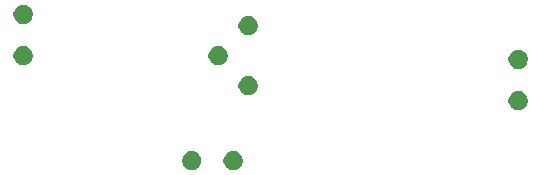
<source format=gbs>
G04 #@! TF.GenerationSoftware,KiCad,Pcbnew,5.1.2-f72e74a~84~ubuntu18.04.1*
G04 #@! TF.CreationDate,2019-06-13T09:44:25+02:00*
G04 #@! TF.ProjectId,ampli_tres_simple,616d706c-695f-4747-9265-735f73696d70,rev?*
G04 #@! TF.SameCoordinates,Original*
G04 #@! TF.FileFunction,Soldermask,Bot*
G04 #@! TF.FilePolarity,Negative*
%FSLAX46Y46*%
G04 Gerber Fmt 4.6, Leading zero omitted, Abs format (unit mm)*
G04 Created by KiCad (PCBNEW 5.1.2-f72e74a~84~ubuntu18.04.1) date 2019-06-13 09:44:25*
%MOMM*%
%LPD*%
G04 APERTURE LIST*
%ADD10C,0.100000*%
G04 APERTURE END LIST*
D10*
G36*
X154217142Y-135108242D02*
G01*
X154365101Y-135169529D01*
X154498255Y-135258499D01*
X154611501Y-135371745D01*
X154700471Y-135504899D01*
X154761758Y-135652858D01*
X154793000Y-135809925D01*
X154793000Y-135970075D01*
X154761758Y-136127142D01*
X154700471Y-136275101D01*
X154611501Y-136408255D01*
X154498255Y-136521501D01*
X154365101Y-136610471D01*
X154217142Y-136671758D01*
X154060075Y-136703000D01*
X153899925Y-136703000D01*
X153742858Y-136671758D01*
X153594899Y-136610471D01*
X153461745Y-136521501D01*
X153348499Y-136408255D01*
X153259529Y-136275101D01*
X153198242Y-136127142D01*
X153167000Y-135970075D01*
X153167000Y-135809925D01*
X153198242Y-135652858D01*
X153259529Y-135504899D01*
X153348499Y-135371745D01*
X153461745Y-135258499D01*
X153594899Y-135169529D01*
X153742858Y-135108242D01*
X153899925Y-135077000D01*
X154060075Y-135077000D01*
X154217142Y-135108242D01*
X154217142Y-135108242D01*
G37*
G36*
X157717142Y-135108242D02*
G01*
X157865101Y-135169529D01*
X157998255Y-135258499D01*
X158111501Y-135371745D01*
X158200471Y-135504899D01*
X158261758Y-135652858D01*
X158293000Y-135809925D01*
X158293000Y-135970075D01*
X158261758Y-136127142D01*
X158200471Y-136275101D01*
X158111501Y-136408255D01*
X157998255Y-136521501D01*
X157865101Y-136610471D01*
X157717142Y-136671758D01*
X157560075Y-136703000D01*
X157399925Y-136703000D01*
X157242858Y-136671758D01*
X157094899Y-136610471D01*
X156961745Y-136521501D01*
X156848499Y-136408255D01*
X156759529Y-136275101D01*
X156698242Y-136127142D01*
X156667000Y-135970075D01*
X156667000Y-135809925D01*
X156698242Y-135652858D01*
X156759529Y-135504899D01*
X156848499Y-135371745D01*
X156961745Y-135258499D01*
X157094899Y-135169529D01*
X157242858Y-135108242D01*
X157399925Y-135077000D01*
X157560075Y-135077000D01*
X157717142Y-135108242D01*
X157717142Y-135108242D01*
G37*
G36*
X181847142Y-130028242D02*
G01*
X181995101Y-130089529D01*
X182128255Y-130178499D01*
X182241501Y-130291745D01*
X182330471Y-130424899D01*
X182391758Y-130572858D01*
X182423000Y-130729925D01*
X182423000Y-130890075D01*
X182391758Y-131047142D01*
X182330471Y-131195101D01*
X182241501Y-131328255D01*
X182128255Y-131441501D01*
X181995101Y-131530471D01*
X181847142Y-131591758D01*
X181690075Y-131623000D01*
X181529925Y-131623000D01*
X181372858Y-131591758D01*
X181224899Y-131530471D01*
X181091745Y-131441501D01*
X180978499Y-131328255D01*
X180889529Y-131195101D01*
X180828242Y-131047142D01*
X180797000Y-130890075D01*
X180797000Y-130729925D01*
X180828242Y-130572858D01*
X180889529Y-130424899D01*
X180978499Y-130291745D01*
X181091745Y-130178499D01*
X181224899Y-130089529D01*
X181372858Y-130028242D01*
X181529925Y-129997000D01*
X181690075Y-129997000D01*
X181847142Y-130028242D01*
X181847142Y-130028242D01*
G37*
G36*
X158987142Y-128758242D02*
G01*
X159135101Y-128819529D01*
X159268255Y-128908499D01*
X159381501Y-129021745D01*
X159470471Y-129154899D01*
X159531758Y-129302858D01*
X159563000Y-129459925D01*
X159563000Y-129620075D01*
X159531758Y-129777142D01*
X159470471Y-129925101D01*
X159381501Y-130058255D01*
X159268255Y-130171501D01*
X159135101Y-130260471D01*
X158987142Y-130321758D01*
X158830075Y-130353000D01*
X158669925Y-130353000D01*
X158512858Y-130321758D01*
X158364899Y-130260471D01*
X158231745Y-130171501D01*
X158118499Y-130058255D01*
X158029529Y-129925101D01*
X157968242Y-129777142D01*
X157937000Y-129620075D01*
X157937000Y-129459925D01*
X157968242Y-129302858D01*
X158029529Y-129154899D01*
X158118499Y-129021745D01*
X158231745Y-128908499D01*
X158364899Y-128819529D01*
X158512858Y-128758242D01*
X158669925Y-128727000D01*
X158830075Y-128727000D01*
X158987142Y-128758242D01*
X158987142Y-128758242D01*
G37*
G36*
X181847142Y-126528242D02*
G01*
X181995101Y-126589529D01*
X182128255Y-126678499D01*
X182241501Y-126791745D01*
X182330471Y-126924899D01*
X182391758Y-127072858D01*
X182423000Y-127229925D01*
X182423000Y-127390075D01*
X182391758Y-127547142D01*
X182330471Y-127695101D01*
X182241501Y-127828255D01*
X182128255Y-127941501D01*
X181995101Y-128030471D01*
X181847142Y-128091758D01*
X181690075Y-128123000D01*
X181529925Y-128123000D01*
X181372858Y-128091758D01*
X181224899Y-128030471D01*
X181091745Y-127941501D01*
X180978499Y-127828255D01*
X180889529Y-127695101D01*
X180828242Y-127547142D01*
X180797000Y-127390075D01*
X180797000Y-127229925D01*
X180828242Y-127072858D01*
X180889529Y-126924899D01*
X180978499Y-126791745D01*
X181091745Y-126678499D01*
X181224899Y-126589529D01*
X181372858Y-126528242D01*
X181529925Y-126497000D01*
X181690075Y-126497000D01*
X181847142Y-126528242D01*
X181847142Y-126528242D01*
G37*
G36*
X156447142Y-126218242D02*
G01*
X156595101Y-126279529D01*
X156728255Y-126368499D01*
X156841501Y-126481745D01*
X156930471Y-126614899D01*
X156991758Y-126762858D01*
X157023000Y-126919925D01*
X157023000Y-127080075D01*
X156991758Y-127237142D01*
X156930471Y-127385101D01*
X156841501Y-127518255D01*
X156728255Y-127631501D01*
X156595101Y-127720471D01*
X156447142Y-127781758D01*
X156290075Y-127813000D01*
X156129925Y-127813000D01*
X155972858Y-127781758D01*
X155824899Y-127720471D01*
X155691745Y-127631501D01*
X155578499Y-127518255D01*
X155489529Y-127385101D01*
X155428242Y-127237142D01*
X155397000Y-127080075D01*
X155397000Y-126919925D01*
X155428242Y-126762858D01*
X155489529Y-126614899D01*
X155578499Y-126481745D01*
X155691745Y-126368499D01*
X155824899Y-126279529D01*
X155972858Y-126218242D01*
X156129925Y-126187000D01*
X156290075Y-126187000D01*
X156447142Y-126218242D01*
X156447142Y-126218242D01*
G37*
G36*
X139937142Y-126218242D02*
G01*
X140085101Y-126279529D01*
X140218255Y-126368499D01*
X140331501Y-126481745D01*
X140420471Y-126614899D01*
X140481758Y-126762858D01*
X140513000Y-126919925D01*
X140513000Y-127080075D01*
X140481758Y-127237142D01*
X140420471Y-127385101D01*
X140331501Y-127518255D01*
X140218255Y-127631501D01*
X140085101Y-127720471D01*
X139937142Y-127781758D01*
X139780075Y-127813000D01*
X139619925Y-127813000D01*
X139462858Y-127781758D01*
X139314899Y-127720471D01*
X139181745Y-127631501D01*
X139068499Y-127518255D01*
X138979529Y-127385101D01*
X138918242Y-127237142D01*
X138887000Y-127080075D01*
X138887000Y-126919925D01*
X138918242Y-126762858D01*
X138979529Y-126614899D01*
X139068499Y-126481745D01*
X139181745Y-126368499D01*
X139314899Y-126279529D01*
X139462858Y-126218242D01*
X139619925Y-126187000D01*
X139780075Y-126187000D01*
X139937142Y-126218242D01*
X139937142Y-126218242D01*
G37*
G36*
X158987142Y-123678242D02*
G01*
X159135101Y-123739529D01*
X159268255Y-123828499D01*
X159381501Y-123941745D01*
X159470471Y-124074899D01*
X159531758Y-124222858D01*
X159563000Y-124379925D01*
X159563000Y-124540075D01*
X159531758Y-124697142D01*
X159470471Y-124845101D01*
X159381501Y-124978255D01*
X159268255Y-125091501D01*
X159135101Y-125180471D01*
X158987142Y-125241758D01*
X158830075Y-125273000D01*
X158669925Y-125273000D01*
X158512858Y-125241758D01*
X158364899Y-125180471D01*
X158231745Y-125091501D01*
X158118499Y-124978255D01*
X158029529Y-124845101D01*
X157968242Y-124697142D01*
X157937000Y-124540075D01*
X157937000Y-124379925D01*
X157968242Y-124222858D01*
X158029529Y-124074899D01*
X158118499Y-123941745D01*
X158231745Y-123828499D01*
X158364899Y-123739529D01*
X158512858Y-123678242D01*
X158669925Y-123647000D01*
X158830075Y-123647000D01*
X158987142Y-123678242D01*
X158987142Y-123678242D01*
G37*
G36*
X139937142Y-122718242D02*
G01*
X140085101Y-122779529D01*
X140218255Y-122868499D01*
X140331501Y-122981745D01*
X140420471Y-123114899D01*
X140481758Y-123262858D01*
X140513000Y-123419925D01*
X140513000Y-123580075D01*
X140481758Y-123737142D01*
X140420471Y-123885101D01*
X140331501Y-124018255D01*
X140218255Y-124131501D01*
X140085101Y-124220471D01*
X139937142Y-124281758D01*
X139780075Y-124313000D01*
X139619925Y-124313000D01*
X139462858Y-124281758D01*
X139314899Y-124220471D01*
X139181745Y-124131501D01*
X139068499Y-124018255D01*
X138979529Y-123885101D01*
X138918242Y-123737142D01*
X138887000Y-123580075D01*
X138887000Y-123419925D01*
X138918242Y-123262858D01*
X138979529Y-123114899D01*
X139068499Y-122981745D01*
X139181745Y-122868499D01*
X139314899Y-122779529D01*
X139462858Y-122718242D01*
X139619925Y-122687000D01*
X139780075Y-122687000D01*
X139937142Y-122718242D01*
X139937142Y-122718242D01*
G37*
M02*

</source>
